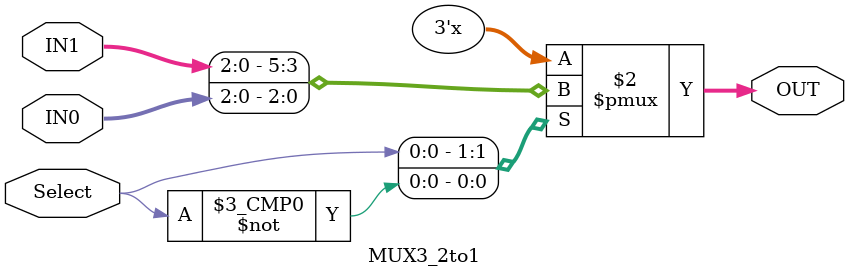
<source format=sv>
module MUX3_2to1 (input [2:0] IN0, IN1, 
						 input logic Select,
						 output logic [2:0] OUT);
						 
			always_comb
			
			begin
				case(Select)
				1'b1:
					OUT = IN1;
				1'b0:
					OUT = IN0;
				endcase
			end
						 
endmodule
</source>
